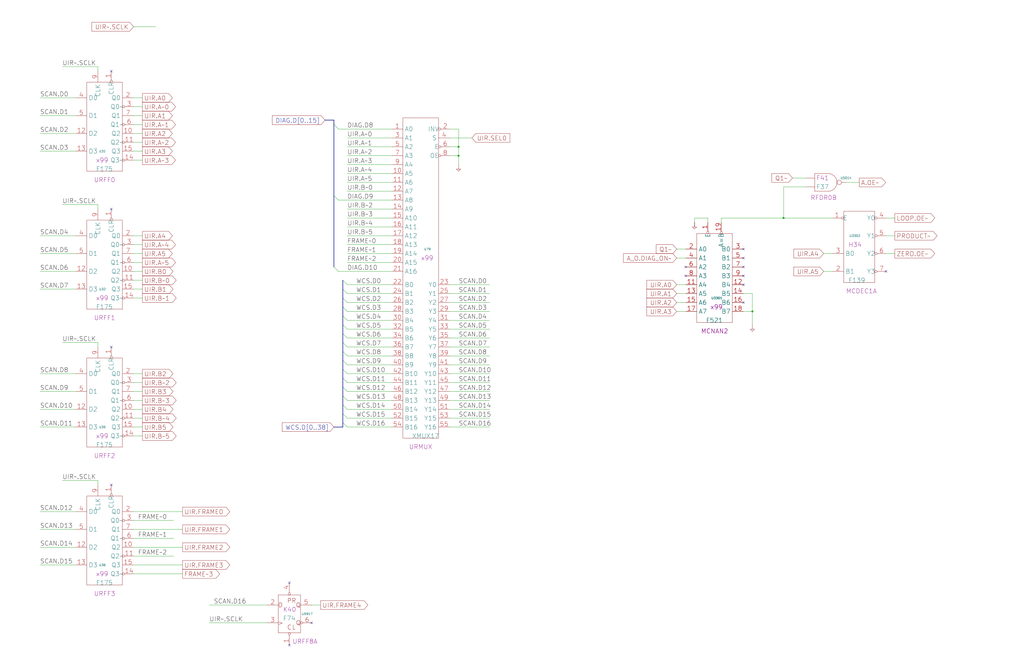
<source format=kicad_sch>
(kicad_sch (version 20230121) (generator eeschema)
  (paper "User" 584.2 378.46)
  (title_block (title "WRITABLE CONTROL STORE\\nMICRO INSTRUCTION REGISTER") (date "22-MAR-90") (rev "1.0") (comment 1 "VALUE") (comment 2 "232-003063") (comment 3 "S400") (comment 4 "RELEASED"))
  (lib_symbols
    (symbol "r1000:F139" (pin_names (offset 1.016))
      (property "Reference" "U" (at 2.54 5.08 0))
      (property "Value" "F139" (at -1.27 -20.32 0))
      (property "Location" "___" (at -1.27 0 0))
      (property "Name" "______" (at 6.35 -27.94 0))
      (symbol "F139_1_1"
        (circle (center -4.445 15.24) (radius 0.635))
        (rectangle (start -3.81 19.05) (end 13.97 -21.59))
        (circle (center 14.605 -15.24) (radius 0.635))
        (circle (center 14.605 -5.08) (radius 0.635))
        (circle (center 14.605 5.08) (radius 0.635))
        (circle (center 14.605 15.24) (radius 0.635))
        (pin input line (at -10.16 15.24 0) (length 5.08) (name "E") (number "1"))
        (pin input line (at -10.16 -15.24 0) (length 6.35) (name "B1") (number "2"))
        (pin input line (at -10.16 -5.08 0) (length 6.35) (name "B0") (number "3"))
        (pin output line (at 20.32 15.24 180) (length 5.08) (name "Y0") (number "4"))
        (pin output line (at 20.32 5.08 180) (length 5.08) (name "Y1") (number "5"))
        (pin output line (at 20.32 -5.08 180) (length 5.08) (name "Y2") (number "6"))
        (pin output line (at 20.32 -15.24 180) (length 5.08) (name "Y3") (number "7"))
      )
    )
    (symbol "r1000:F175" (pin_names (offset 1.016))
      (property "Reference" "U" (at 2.54 5.08 0))
      (property "Value" "F175" (at -1.27 -5.08 0))
      (property "Location" "___" (at -1.27 0 0))
      (property "Name" "______" (at 3.81 -12.7 0))
      (symbol "F175_1_1"
        (rectangle (start -6.35 44.45) (end 13.97 -6.35))
        (circle (center 7.62 45.085) (radius 0.635))
        (circle (center 14.605 0) (radius 0.635))
        (circle (center 14.605 10.16) (radius 0.635))
        (circle (center 14.605 20.32) (radius 0.635))
        (circle (center 14.605 30.48) (radius 0.635))
        (pin input line (at 7.62 50.8 270) (length 5.08) (name "CLR") (number "1"))
        (pin output line (at 20.32 15.24 180) (length 6.35) (name "Q2") (number "10"))
        (pin output line (at 20.32 10.16 180) (length 5.08) (name "Q2~") (number "11"))
        (pin input line (at -12.7 15.24 0) (length 6.35) (name "D2") (number "12"))
        (pin input line (at -12.7 5.08 0) (length 6.35) (name "D3") (number "13"))
        (pin output line (at 20.32 0 180) (length 5.08) (name "Q3~") (number "14"))
        (pin output line (at 20.32 5.08 180) (length 6.35) (name "Q3") (number "15"))
        (pin output line (at 20.32 35.56 180) (length 6.35) (name "Q0") (number "2"))
        (pin output line (at 20.32 30.48 180) (length 5.08) (name "Q0~") (number "3"))
        (pin input line (at -12.7 35.56 0) (length 6.35) (name "D0") (number "4"))
        (pin input line (at -12.7 25.4 0) (length 6.35) (name "D1") (number "5"))
        (pin output line (at 20.32 20.32 180) (length 5.08) (name "Q1~") (number "6"))
        (pin output line (at 20.32 25.4 180) (length 6.35) (name "Q1") (number "7"))
        (pin input line (at 0 50.8 270) (length 6.35) (name "CLK") (number "9"))
      )
    )
    (symbol "r1000:F37" (pin_numbers hide) (pin_names (offset 0) hide)
      (property "Reference" "U" (at 15.24 0 0))
      (property "Value" "F37" (at 1.905 -5.08 0))
      (property "Location" "___" (at 1.905 0 0))
      (property "Name" "______" (at 2.54 -12.7 0))
      (symbol "F37_0_1"
        (polyline (pts (xy -2.54 -7.62) (xy 5.08 -7.62)) (stroke (width 0.1524)))
        (polyline (pts (xy -2.54 2.54) (xy -2.54 -7.62)) (stroke (width 0.1524)))
        (polyline (pts (xy -2.54 2.54) (xy 5.08 2.54)) (stroke (width 0.1524)))
        (arc (start 5.08 -7.62) (mid 10.1282 -2.54) (end 5.08 2.54) (stroke (width 0.1524)))
        (circle (center 11.43 -2.54) (radius 1.27) (stroke (width 0.1524)))
      )
      (symbol "F37_0_2"
        (circle (center -3.81 -5.08) (radius 1.27) (stroke (width 0.1524)))
        (circle (center -3.81 0) (radius 1.27) (stroke (width 0.1524)))
        (arc (start -3.175 -7.62) (mid -2.134 -2.54) (end -3.175 2.54) (stroke (width 0.1524)))
        (polyline (pts (xy -3.175 -7.62) (xy 3.81 -7.62)) (stroke (width 0.1524)))
        (polyline (pts (xy -3.175 2.54) (xy 3.81 2.54)) (stroke (width 0.1524)))
        (arc (start 3.81 -7.62) (mid 7.5855 -5.8306) (end 10.16 -2.54) (stroke (width 0.1524)))
        (arc (start 10.16 -2.54) (mid 7.5827 0.7471) (end 3.81 2.54) (stroke (width 0.1524)))
      )
      (symbol "F37_1_1"
        (pin input line (at -7.62 0 0) (length 5.08) (name "D0") (number "1"))
        (pin input line (at -7.62 -5.08 0) (length 5.08) (name "D1") (number "2"))
        (pin output line (at 15.24 -2.54 180) (length 2.54) (name "Q") (number "3"))
      )
      (symbol "F37_1_2"
        (pin input line (at -7.62 0 0) (length 2.54) (name "D0") (number "1"))
        (pin input line (at -7.62 -5.08 0) (length 2.54) (name "D1") (number "2"))
        (pin output line (at 15.24 -2.54 180) (length 5.08) (name "Q") (number "3"))
      )
    )
    (symbol "r1000:F521" (pin_names (offset 1.016))
      (property "Reference" "U" (at 2.54 5.08 0))
      (property "Value" "F521" (at -3.81 -7.62 0))
      (property "Location" "___" (at -1.27 0 0))
      (property "Name" "______" (at 1.27 -15.24 0))
      (symbol "F521_1_1"
        (rectangle (start -8.89 41.91) (end 11.43 -8.89))
        (circle (center -2.54 42.545) (radius 0.635))
        (circle (center 5.08 42.545) (radius 0.635))
        (pin input line (at -2.54 48.26 270) (length 5.08) (name "E") (number "1"))
        (pin input line (at -15.24 12.7 0) (length 6.35) (name "A4") (number "11"))
        (pin input line (at 17.78 12.7 180) (length 6.35) (name "B4") (number "12"))
        (pin input line (at -15.24 7.62 0) (length 6.35) (name "A5") (number "13"))
        (pin input line (at 17.78 7.62 180) (length 6.35) (name "B5") (number "14"))
        (pin input line (at -15.24 2.54 0) (length 6.35) (name "A6") (number "15"))
        (pin input line (at 17.78 2.54 180) (length 6.35) (name "B6") (number "16"))
        (pin input line (at -15.24 -2.54 0) (length 6.35) (name "A7") (number "17"))
        (pin input line (at 17.78 -2.54 180) (length 6.35) (name "B7") (number "18"))
        (pin output line (at 5.08 48.26 270) (length 5.08) (name "A=B") (number "19"))
        (pin input line (at -15.24 33.02 0) (length 6.35) (name "A0") (number "2"))
        (pin input line (at 17.78 33.02 180) (length 6.35) (name "B0") (number "3"))
        (pin input line (at -15.24 27.94 0) (length 6.35) (name "A1") (number "4"))
        (pin input line (at 17.78 27.94 180) (length 6.35) (name "B1") (number "5"))
        (pin input line (at -15.24 22.86 0) (length 6.35) (name "A2") (number "6"))
        (pin input line (at 17.78 22.86 180) (length 6.35) (name "B2") (number "7"))
        (pin input line (at -15.24 17.78 0) (length 6.35) (name "A3") (number "8"))
        (pin input line (at 17.78 17.78 180) (length 6.35) (name "B3") (number "9"))
      )
    )
    (symbol "r1000:F74" (pin_names (offset 1.016) hide)
      (property "Reference" "U" (at 12.7 -2.54 0))
      (property "Value" "F74" (at -1.27 -5.08 0))
      (property "Location" "___" (at -1.27 0 0))
      (property "Name" "______" (at 11.43 -19.685 0))
      (symbol "F74_0_1"
        (rectangle (start -3.81 8.255) (end 8.89 -13.335) (stroke (width 0.1524)))
        (polyline (pts (xy 2.54 -15.24) (xy 2.54 -14.605)) (stroke (width 0.1524)))
        (polyline (pts (xy 2.54 10.16) (xy 2.54 9.525)) (stroke (width 0.1524)))
      )
      (symbol "F74_1_1"
        (circle (center 2.54 -13.97) (radius 0.635))
        (circle (center 2.54 8.89) (radius 0.635))
        (circle (center 9.525 -7.62) (radius 0.635))
        (text ">" (at -2.54 -7.62 0) (effects (font (size 2.54 2.54))))
        (text "C" (at 2.54 -10.16 0) (effects (font (size 2.54 2.54))))
        (text "D" (at -2.54 2.54 0) (effects (font (size 2.54 2.54))))
        (text "L" (at 5.08 -10.16 0) (effects (font (size 2.54 2.54))))
        (text "P" (at 2.54 5.08 0) (effects (font (size 2.54 2.54))))
        (text "Q" (at 7.62 -7.62 0) (effects (font (size 2.54 2.54))))
        (text "Q" (at 7.62 2.54 0) (effects (font (size 2.54 2.54))))
        (text "R" (at 5.08 5.08 0) (effects (font (size 2.54 2.54))))
        (pin input line (at 2.54 -20.32 90) (length 5.08) (name "CL_") (number "1"))
        (pin input line (at -10.16 2.54 0) (length 6.35) (name "D") (number "2"))
        (pin input line (at -10.16 -7.62 0) (length 6.35) (name "CLK") (number "3"))
        (pin input line (at 2.54 15.24 270) (length 5.08) (name "PR_") (number "4"))
        (pin output line (at 15.24 2.54 180) (length 6.35) (name "Q") (number "5"))
        (pin output line (at 15.24 -7.62 180) (length 5.08) (name "Q_") (number "6"))
      )
    )
    (symbol "r1000:PD" (power) (pin_numbers hide) (pin_names hide) (in_bom no)
      (symbol "PD_0_1"
        (polyline (pts (xy 0 -2.54) (xy 1.27 -2.54) (xy 0 -3.81) (xy -1.27 -2.54) (xy 0 -2.54)) (stroke (width 0.1524)))
      )
      (symbol "PD_1_1"
        (pin power_in line (at 0 0 270) (length 2.54) (name "PD") (number "1"))
      )
    )
    (symbol "r1000:XMUX17" (pin_names (offset 1.016))
      (property "Reference" "U" (at 2.54 5.08 0))
      (property "Value" "XMUX17" (at -6.35 -101.6 0))
      (property "Location" "___" (at -1.27 0 0))
      (property "Name" "______" (at -1.27 -109.22 0))
      (symbol "XMUX17_1_1"
        (rectangle (start -11.43 80.01) (end 8.89 -102.87))
        (circle (center 9.525 58.42) (radius 0.635))
        (circle (center 9.525 63.5) (radius 0.635))
        (circle (center 9.525 73.66) (radius 0.635))
        (pin input line (at -17.78 73.66 0) (length 6.35) (name "A0") (number "1"))
        (pin input line (at -17.78 48.26 0) (length 6.35) (name "A5") (number "10"))
        (pin input line (at -17.78 43.18 0) (length 6.35) (name "A6") (number "11"))
        (pin input line (at -17.78 38.1 0) (length 6.35) (name "A7") (number "12"))
        (pin input line (at -17.78 33.02 0) (length 6.35) (name "A8") (number "13"))
        (pin input line (at -17.78 27.94 0) (length 6.35) (name "A9") (number "14"))
        (pin input line (at -17.78 22.86 0) (length 6.35) (name "A10") (number "15"))
        (pin input line (at -17.78 17.78 0) (length 6.35) (name "A11") (number "16"))
        (pin input line (at -17.78 12.7 0) (length 6.35) (name "A12") (number "17"))
        (pin input line (at -17.78 7.62 0) (length 6.35) (name "A13") (number "18"))
        (pin input line (at -17.78 2.54 0) (length 6.35) (name "A14") (number "19"))
        (pin input line (at 15.24 73.66 180) (length 5.08) (name "INV") (number "2"))
        (pin input line (at -17.78 -2.54 0) (length 6.35) (name "A15") (number "20"))
        (pin input line (at -17.78 -7.62 0) (length 6.35) (name "A16") (number "21"))
        (pin input line (at -17.78 -15.24 0) (length 6.35) (name "B0") (number "22"))
        (pin tri_state line (at 15.24 -15.24 180) (length 6.35) (name "Y0") (number "23"))
        (pin input line (at -17.78 -20.32 0) (length 6.35) (name "B1") (number "24"))
        (pin tri_state line (at 15.24 -20.32 180) (length 6.35) (name "Y1") (number "25"))
        (pin input line (at -17.78 -25.4 0) (length 6.35) (name "B2") (number "26"))
        (pin tri_state line (at 15.24 -25.4 180) (length 6.35) (name "Y2") (number "27"))
        (pin input line (at -17.78 -30.48 0) (length 6.35) (name "B3") (number "28"))
        (pin tri_state line (at 15.24 -30.48 180) (length 6.35) (name "Y3") (number "29"))
        (pin input line (at -17.78 68.58 0) (length 6.35) (name "A1") (number "3"))
        (pin input line (at -17.78 -35.56 0) (length 6.35) (name "B4") (number "30"))
        (pin tri_state line (at 15.24 -35.56 180) (length 6.35) (name "Y4") (number "31"))
        (pin input line (at -17.78 -40.64 0) (length 6.35) (name "B5") (number "32"))
        (pin tri_state line (at 15.24 -40.64 180) (length 6.35) (name "Y5") (number "33"))
        (pin input line (at -17.78 -45.72 0) (length 6.35) (name "B6") (number "34"))
        (pin tri_state line (at 15.24 -45.72 180) (length 6.35) (name "Y6") (number "35"))
        (pin input line (at -17.78 -50.8 0) (length 6.35) (name "B7") (number "36"))
        (pin tri_state line (at 15.24 -50.8 180) (length 6.35) (name "Y7") (number "37"))
        (pin input line (at -17.78 -55.88 0) (length 6.35) (name "B8") (number "38"))
        (pin tri_state line (at 15.24 -55.88 180) (length 6.35) (name "Y8") (number "39"))
        (pin input line (at 15.24 68.58 180) (length 6.35) (name "S") (number "4"))
        (pin input line (at -17.78 -60.96 0) (length 6.35) (name "B9") (number "40"))
        (pin tri_state line (at 15.24 -60.96 180) (length 6.35) (name "Y9") (number "41"))
        (pin input line (at -17.78 -66.04 0) (length 6.35) (name "B10") (number "42"))
        (pin tri_state line (at 15.24 -66.04 180) (length 6.35) (name "Y10") (number "43"))
        (pin input line (at -17.78 -71.12 0) (length 6.35) (name "B11") (number "44"))
        (pin tri_state line (at 15.24 -71.12 180) (length 6.35) (name "Y11") (number "45"))
        (pin input line (at -17.78 -76.2 0) (length 6.35) (name "B12") (number "46"))
        (pin tri_state line (at 15.24 -76.2 180) (length 6.35) (name "Y12") (number "47"))
        (pin input line (at -17.78 -81.28 0) (length 6.35) (name "B13") (number "48"))
        (pin tri_state line (at 15.24 -81.28 180) (length 6.35) (name "Y13") (number "49"))
        (pin input line (at -17.78 63.5 0) (length 6.35) (name "A2") (number "5"))
        (pin input line (at -17.78 -86.36 0) (length 6.35) (name "B14") (number "50"))
        (pin tri_state line (at 15.24 -86.36 180) (length 6.35) (name "Y14") (number "51"))
        (pin input line (at -17.78 -91.44 0) (length 6.35) (name "B15") (number "52"))
        (pin tri_state line (at 15.24 -91.44 180) (length 6.35) (name "Y15") (number "53"))
        (pin input line (at -17.78 -96.52 0) (length 6.35) (name "B16") (number "54"))
        (pin tri_state line (at 15.24 -96.52 180) (length 6.35) (name "Y16") (number "55"))
        (pin input line (at 15.24 63.5 180) (length 5.08) (name "E") (number "6"))
        (pin input line (at -17.78 58.42 0) (length 6.35) (name "A3") (number "7"))
        (pin input line (at 15.24 58.42 180) (length 5.08) (name "OE") (number "8"))
        (pin input line (at -17.78 53.34 0) (length 6.35) (name "A4") (number "9"))
      )
    )
  )
  (junction (at 447.04 124.46))
  (junction (at 261.62 83.82))
  (junction (at 429.26 177.8))
  (junction (at 261.62 88.9))
  (no_connect (at 63.5 119.38))
  (no_connect (at 424.18 157.48))
  (no_connect (at 63.5 198.12))
  (no_connect (at 424.18 162.56))
  (no_connect (at 63.5 40.64))
  (no_connect (at 505.46 154.94))
  (no_connect (at 424.18 142.24))
  (no_connect (at 424.18 152.4))
  (no_connect (at 424.18 172.72))
  (no_connect (at 63.5 276.86))
  (no_connect (at 177.8 355.6))
  (no_connect (at 165.1 368.3))
  (no_connect (at 424.18 147.32))
  (no_connect (at 391.16 157.48))
  (no_connect (at 165.1 332.74))
  (no_connect (at 391.16 152.4))
  (bus_entry (at 190.5 111.76) (size 2.54 2.54))
  (bus_entry (at 190.5 152.4) (size 2.54 2.54))
  (bus_entry (at 190.5 71.12) (size 2.54 2.54))
  (bus_entry (at 195.58 190.5) (size 2.54 2.54))
  (bus_entry (at 195.58 165.1) (size 2.54 2.54))
  (bus_entry (at 195.58 241.3) (size 2.54 2.54))
  (bus_entry (at 195.58 200.66) (size 2.54 2.54))
  (bus_entry (at 195.58 205.74) (size 2.54 2.54))
  (bus_entry (at 195.58 175.26) (size 2.54 2.54))
  (bus_entry (at 195.58 236.22) (size 2.54 2.54))
  (bus_entry (at 195.58 160.02) (size 2.54 2.54))
  (bus_entry (at 195.58 220.98) (size 2.54 2.54))
  (bus_entry (at 195.58 210.82) (size 2.54 2.54))
  (bus_entry (at 195.58 231.14) (size 2.54 2.54))
  (bus_entry (at 195.58 226.06) (size 2.54 2.54))
  (bus_entry (at 195.58 170.18) (size 2.54 2.54))
  (bus_entry (at 195.58 215.9) (size 2.54 2.54))
  (bus_entry (at 195.58 195.58) (size 2.54 2.54))
  (bus_entry (at 195.58 180.34) (size 2.54 2.54))
  (bus_entry (at 195.58 185.42) (size 2.54 2.54))
  (wire (pts (xy 386.08 162.56) (xy 391.16 162.56)))
  (wire (pts (xy 198.12 83.82) (xy 223.52 83.82)))
  (wire (pts (xy 386.08 147.32) (xy 391.16 147.32)))
  (wire (pts (xy 76.2 149.86) (xy 81.28 149.86)))
  (wire (pts (xy 76.2 139.7) (xy 81.28 139.7)))
  (wire (pts (xy 198.12 124.46) (xy 223.52 124.46)))
  (wire (pts (xy 256.54 172.72) (xy 279.4 172.72)))
  (wire (pts (xy 469.9 144.78) (xy 474.98 144.78)))
  (wire (pts (xy 482.6 104.14) (xy 490.22 104.14)))
  (wire (pts (xy 198.12 193.04) (xy 223.52 193.04)))
  (wire (pts (xy 198.12 149.86) (xy 223.52 149.86)))
  (bus (pts (xy 195.58 243.84) (xy 195.58 241.3)))
  (wire (pts (xy 198.12 119.38) (xy 223.52 119.38)))
  (wire (pts (xy 198.12 139.7) (xy 223.52 139.7)))
  (wire (pts (xy 256.54 78.74) (xy 269.24 78.74)))
  (wire (pts (xy 386.08 172.72) (xy 391.16 172.72)))
  (wire (pts (xy 22.86 312.42) (xy 43.18 312.42)))
  (wire (pts (xy 193.04 154.94) (xy 223.52 154.94)))
  (wire (pts (xy 22.86 76.2) (xy 43.18 76.2)))
  (bus (pts (xy 190.5 152.4) (xy 190.5 111.76)))
  (wire (pts (xy 119.38 345.44) (xy 152.4 345.44)))
  (wire (pts (xy 76.2 144.78) (xy 81.28 144.78)))
  (wire (pts (xy 76.2 165.1) (xy 81.28 165.1)))
  (wire (pts (xy 22.86 165.1) (xy 43.18 165.1)))
  (wire (pts (xy 256.54 193.04) (xy 279.4 193.04)))
  (wire (pts (xy 22.86 66.04) (xy 43.18 66.04)))
  (wire (pts (xy 76.2 170.18) (xy 81.28 170.18)))
  (wire (pts (xy 198.12 223.52) (xy 223.52 223.52)))
  (wire (pts (xy 22.86 302.26) (xy 43.18 302.26)))
  (bus (pts (xy 190.5 243.84) (xy 195.58 243.84)))
  (wire (pts (xy 452.12 101.6) (xy 459.74 101.6)))
  (wire (pts (xy 386.08 142.24) (xy 391.16 142.24)))
  (wire (pts (xy 76.2 228.6) (xy 81.28 228.6)))
  (wire (pts (xy 261.62 93.98) (xy 261.62 88.9)))
  (wire (pts (xy 76.2 317.5) (xy 99.06 317.5)))
  (wire (pts (xy 505.46 134.62) (xy 510.54 134.62)))
  (wire (pts (xy 35.56 116.84) (xy 55.88 116.84)))
  (wire (pts (xy 22.86 55.88) (xy 43.18 55.88)))
  (wire (pts (xy 256.54 223.52) (xy 279.4 223.52)))
  (wire (pts (xy 386.08 177.8) (xy 391.16 177.8)))
  (wire (pts (xy 256.54 218.44) (xy 279.4 218.44)))
  (wire (pts (xy 76.2 71.12) (xy 81.28 71.12)))
  (bus (pts (xy 195.58 236.22) (xy 195.58 231.14)))
  (wire (pts (xy 76.2 223.52) (xy 81.28 223.52)))
  (wire (pts (xy 256.54 182.88) (xy 279.4 182.88)))
  (wire (pts (xy 198.12 134.62) (xy 223.52 134.62)))
  (wire (pts (xy 76.2 243.84) (xy 81.28 243.84)))
  (wire (pts (xy 22.86 213.36) (xy 43.18 213.36)))
  (wire (pts (xy 76.2 91.44) (xy 81.28 91.44)))
  (wire (pts (xy 76.2 322.58) (xy 104.14 322.58)))
  (wire (pts (xy 22.86 86.36) (xy 43.18 86.36)))
  (wire (pts (xy 447.04 124.46) (xy 474.98 124.46)))
  (bus (pts (xy 195.58 180.34) (xy 195.58 185.42)))
  (wire (pts (xy 76.2 55.88) (xy 81.28 55.88)))
  (bus (pts (xy 190.5 71.12) (xy 190.5 68.58)))
  (bus (pts (xy 195.58 200.66) (xy 195.58 195.58)))
  (wire (pts (xy 35.56 274.32) (xy 55.88 274.32)))
  (wire (pts (xy 198.12 243.84) (xy 223.52 243.84)))
  (wire (pts (xy 261.62 88.9) (xy 261.62 83.82)))
  (wire (pts (xy 22.86 134.62) (xy 43.18 134.62)))
  (wire (pts (xy 198.12 167.64) (xy 223.52 167.64)))
  (wire (pts (xy 198.12 177.8) (xy 223.52 177.8)))
  (wire (pts (xy 76.2 248.92) (xy 81.28 248.92)))
  (wire (pts (xy 198.12 129.54) (xy 223.52 129.54)))
  (wire (pts (xy 447.04 106.68) (xy 459.74 106.68)))
  (bus (pts (xy 195.58 220.98) (xy 195.58 226.06)))
  (wire (pts (xy 76.2 160.02) (xy 81.28 160.02)))
  (wire (pts (xy 411.48 127) (xy 411.48 124.46)))
  (wire (pts (xy 198.12 203.2) (xy 223.52 203.2)))
  (wire (pts (xy 198.12 93.98) (xy 223.52 93.98)))
  (wire (pts (xy 256.54 83.82) (xy 261.62 83.82)))
  (wire (pts (xy 198.12 238.76) (xy 223.52 238.76)))
  (wire (pts (xy 55.88 195.58) (xy 55.88 198.12)))
  (bus (pts (xy 195.58 200.66) (xy 195.58 205.74)))
  (wire (pts (xy 429.26 167.64) (xy 424.18 167.64)))
  (bus (pts (xy 195.58 190.5) (xy 195.58 185.42)))
  (wire (pts (xy 198.12 104.14) (xy 223.52 104.14)))
  (bus (pts (xy 195.58 190.5) (xy 195.58 195.58)))
  (bus (pts (xy 195.58 165.1) (xy 195.58 170.18)))
  (wire (pts (xy 469.9 154.94) (xy 474.98 154.94)))
  (bus (pts (xy 195.58 210.82) (xy 195.58 215.9)))
  (wire (pts (xy 198.12 172.72) (xy 223.52 172.72)))
  (wire (pts (xy 256.54 167.64) (xy 279.4 167.64)))
  (wire (pts (xy 256.54 213.36) (xy 279.4 213.36)))
  (bus (pts (xy 195.58 205.74) (xy 195.58 210.82)))
  (wire (pts (xy 429.26 177.8) (xy 429.26 167.64)))
  (wire (pts (xy 256.54 162.56) (xy 279.4 162.56)))
  (wire (pts (xy 76.2 327.66) (xy 104.14 327.66)))
  (wire (pts (xy 22.86 243.84) (xy 43.18 243.84)))
  (wire (pts (xy 55.88 116.84) (xy 55.88 119.38)))
  (wire (pts (xy 505.46 144.78) (xy 510.54 144.78)))
  (wire (pts (xy 386.08 167.64) (xy 391.16 167.64)))
  (wire (pts (xy 256.54 198.12) (xy 279.4 198.12)))
  (wire (pts (xy 193.04 73.66) (xy 223.52 73.66)))
  (wire (pts (xy 76.2 233.68) (xy 81.28 233.68)))
  (wire (pts (xy 76.2 218.44) (xy 81.28 218.44)))
  (wire (pts (xy 198.12 144.78) (xy 223.52 144.78)))
  (wire (pts (xy 403.86 124.46) (xy 403.86 127)))
  (wire (pts (xy 198.12 213.36) (xy 223.52 213.36)))
  (wire (pts (xy 256.54 203.2) (xy 279.4 203.2)))
  (wire (pts (xy 22.86 154.94) (xy 43.18 154.94)))
  (wire (pts (xy 505.46 124.46) (xy 510.54 124.46)))
  (wire (pts (xy 256.54 233.68) (xy 279.4 233.68)))
  (wire (pts (xy 55.88 274.32) (xy 55.88 276.86)))
  (wire (pts (xy 198.12 198.12) (xy 223.52 198.12)))
  (bus (pts (xy 195.58 226.06) (xy 195.58 231.14)))
  (bus (pts (xy 190.5 111.76) (xy 190.5 71.12)))
  (wire (pts (xy 198.12 88.9) (xy 223.52 88.9)))
  (bus (pts (xy 195.58 170.18) (xy 195.58 175.26)))
  (wire (pts (xy 256.54 243.84) (xy 279.4 243.84)))
  (wire (pts (xy 76.2 154.94) (xy 81.28 154.94)))
  (wire (pts (xy 76.2 302.26) (xy 104.14 302.26)))
  (wire (pts (xy 198.12 187.96) (xy 223.52 187.96)))
  (wire (pts (xy 76.2 76.2) (xy 81.28 76.2)))
  (wire (pts (xy 198.12 228.6) (xy 223.52 228.6)))
  (bus (pts (xy 195.58 241.3) (xy 195.58 236.22)))
  (wire (pts (xy 76.2 86.36) (xy 81.28 86.36)))
  (wire (pts (xy 429.26 185.42) (xy 429.26 177.8)))
  (wire (pts (xy 198.12 218.44) (xy 223.52 218.44)))
  (wire (pts (xy 35.56 195.58) (xy 55.88 195.58)))
  (wire (pts (xy 76.2 134.62) (xy 81.28 134.62)))
  (wire (pts (xy 76.2 60.96) (xy 81.28 60.96)))
  (wire (pts (xy 76.2 66.04) (xy 81.28 66.04)))
  (wire (pts (xy 447.04 106.68) (xy 447.04 124.46)))
  (wire (pts (xy 261.62 73.66) (xy 256.54 73.66)))
  (wire (pts (xy 198.12 208.28) (xy 223.52 208.28)))
  (wire (pts (xy 76.2 213.36) (xy 81.28 213.36)))
  (wire (pts (xy 76.2 297.18) (xy 99.06 297.18)))
  (wire (pts (xy 119.38 355.6) (xy 152.4 355.6)))
  (wire (pts (xy 396.24 127) (xy 396.24 124.46)))
  (wire (pts (xy 35.56 38.1) (xy 55.88 38.1)))
  (wire (pts (xy 256.54 238.76) (xy 279.4 238.76)))
  (wire (pts (xy 256.54 88.9) (xy 261.62 88.9)))
  (wire (pts (xy 76.2 81.28) (xy 81.28 81.28)))
  (wire (pts (xy 256.54 208.28) (xy 279.4 208.28)))
  (wire (pts (xy 424.18 177.8) (xy 429.26 177.8)))
  (wire (pts (xy 256.54 228.6) (xy 279.4 228.6)))
  (wire (pts (xy 256.54 187.96) (xy 279.4 187.96)))
  (wire (pts (xy 396.24 124.46) (xy 403.86 124.46)))
  (wire (pts (xy 198.12 99.06) (xy 223.52 99.06)))
  (bus (pts (xy 195.58 220.98) (xy 195.58 215.9)))
  (bus (pts (xy 195.58 160.02) (xy 195.58 165.1)))
  (wire (pts (xy 76.2 292.1) (xy 104.14 292.1)))
  (wire (pts (xy 198.12 162.56) (xy 223.52 162.56)))
  (wire (pts (xy 198.12 78.74) (xy 223.52 78.74)))
  (wire (pts (xy 22.86 144.78) (xy 43.18 144.78)))
  (bus (pts (xy 195.58 180.34) (xy 195.58 175.26)))
  (wire (pts (xy 76.2 312.42) (xy 104.14 312.42)))
  (wire (pts (xy 198.12 109.22) (xy 223.52 109.22)))
  (wire (pts (xy 177.8 345.44) (xy 182.88 345.44)))
  (wire (pts (xy 198.12 233.68) (xy 223.52 233.68)))
  (wire (pts (xy 261.62 83.82) (xy 261.62 73.66)))
  (wire (pts (xy 55.88 38.1) (xy 55.88 40.64)))
  (wire (pts (xy 22.86 322.58) (xy 43.18 322.58)))
  (wire (pts (xy 22.86 223.52) (xy 43.18 223.52)))
  (wire (pts (xy 76.2 238.76) (xy 81.28 238.76)))
  (wire (pts (xy 76.2 307.34) (xy 99.06 307.34)))
  (bus (pts (xy 190.5 68.58) (xy 185.42 68.58)))
  (wire (pts (xy 256.54 177.8) (xy 279.4 177.8)))
  (wire (pts (xy 198.12 182.88) (xy 223.52 182.88)))
  (wire (pts (xy 193.04 114.3) (xy 223.52 114.3)))
  (wire (pts (xy 411.48 124.46) (xy 447.04 124.46)))
  (wire (pts (xy 22.86 292.1) (xy 43.18 292.1)))
  (wire (pts (xy 76.2 15.24) (xy 88.9 15.24)))
  (wire (pts (xy 22.86 233.68) (xy 43.18 233.68)))
  (label "SCAN.D10" (at 22.86 233.68 0) (effects (font (size 2.54 2.54))))
  (label "WCS.D11" (at 203.2 218.44 0) (effects (font (size 2.54 2.54))))
  (label "WCS.D2" (at 203.2 172.72 0) (effects (font (size 2.54 2.54))))
  (label "SCAN.D0" (at 261.62 162.56 0) (effects (font (size 2.54 2.54))))
  (label "SCAN.D11" (at 22.86 243.84 0) (effects (font (size 2.54 2.54))))
  (label "SCAN.D8" (at 22.86 213.36 0) (effects (font (size 2.54 2.54))))
  (label "WCS.D7" (at 203.2 198.12 0) (effects (font (size 2.54 2.54))))
  (label "WCS.D8" (at 203.2 203.2 0) (effects (font (size 2.54 2.54))))
  (label "UIR.B~5" (at 198.12 134.62 0) (effects (font (size 2.54 2.54))))
  (label "WCS.D4" (at 203.2 182.88 0) (effects (font (size 2.54 2.54))))
  (label "UIR.A~0" (at 198.12 78.74 0) (effects (font (size 2.54 2.54))))
  (label "FRAME~1" (at 78.74 307.34 0) (effects (font (size 2.54 2.54))))
  (label "SCAN.D14" (at 261.62 233.68 0) (effects (font (size 2.54 2.54))))
  (label "SCAN.D3" (at 22.86 86.36 0) (effects (font (size 2.54 2.54))))
  (label "UIR.A~1" (at 198.12 83.82 0) (effects (font (size 2.54 2.54))))
  (label "FRAME~0" (at 78.74 297.18 0) (effects (font (size 2.54 2.54))))
  (label "WCS.D5" (at 203.2 187.96 0) (effects (font (size 2.54 2.54))))
  (label "SCAN.D11" (at 261.62 218.44 0) (effects (font (size 2.54 2.54))))
  (label "SCAN.D12" (at 22.86 292.1 0) (effects (font (size 2.54 2.54))))
  (label "SCAN.D9" (at 22.86 223.52 0) (effects (font (size 2.54 2.54))))
  (label "UIR~.SCLK" (at 35.56 274.32 0) (effects (font (size 2.54 2.54))))
  (label "SCAN.D8" (at 261.62 203.2 0) (effects (font (size 2.54 2.54))))
  (label "UIR.A~4" (at 198.12 99.06 0) (effects (font (size 2.54 2.54))))
  (label "UIR.B~0" (at 198.12 109.22 0) (effects (font (size 2.54 2.54))))
  (label "SCAN.D4" (at 261.62 182.88 0) (effects (font (size 2.54 2.54))))
  (label "SCAN.D16" (at 261.62 243.84 0) (effects (font (size 2.54 2.54))))
  (label "UIR~.SCLK" (at 35.56 38.1 0) (effects (font (size 2.54 2.54))))
  (label "UIR.B~2" (at 198.12 119.38 0) (effects (font (size 2.54 2.54))))
  (label "SCAN.D6" (at 261.62 193.04 0) (effects (font (size 2.54 2.54))))
  (label "UIR.B~3" (at 198.12 124.46 0) (effects (font (size 2.54 2.54))))
  (label "UIR~.SCLK" (at 35.56 195.58 0) (effects (font (size 2.54 2.54))))
  (label "SCAN.D0" (at 22.86 55.88 0) (effects (font (size 2.54 2.54))))
  (label "FRAME~1" (at 198.12 144.78 0) (effects (font (size 2.54 2.54))))
  (label "WCS.D13" (at 203.2 228.6 0) (effects (font (size 2.54 2.54))))
  (label "SCAN.D2" (at 261.62 172.72 0) (effects (font (size 2.54 2.54))))
  (label "SCAN.D1" (at 261.62 167.64 0) (effects (font (size 2.54 2.54))))
  (label "FRAME~0" (at 198.12 139.7 0) (effects (font (size 2.54 2.54))))
  (label "SCAN.D15" (at 22.86 322.58 0) (effects (font (size 2.54 2.54))))
  (label "SCAN.D13" (at 261.62 228.6 0) (effects (font (size 2.54 2.54))))
  (label "SCAN.D6" (at 22.86 154.94 0) (effects (font (size 2.54 2.54))))
  (label "WCS.D1" (at 203.2 167.64 0) (effects (font (size 2.54 2.54))))
  (label "SCAN.D7" (at 22.86 165.1 0) (effects (font (size 2.54 2.54))))
  (label "WCS.D12" (at 203.2 223.52 0) (effects (font (size 2.54 2.54))))
  (label "SCAN.D5" (at 261.62 187.96 0) (effects (font (size 2.54 2.54))))
  (label "SCAN.D15" (at 261.62 238.76 0) (effects (font (size 2.54 2.54))))
  (label "SCAN.D10" (at 261.62 213.36 0) (effects (font (size 2.54 2.54))))
  (label "FRAME~2" (at 198.12 149.86 0) (effects (font (size 2.54 2.54))))
  (label "DIAG.D8" (at 198.12 73.66 0) (effects (font (size 2.54 2.54))))
  (label "WCS.D10" (at 203.2 213.36 0) (effects (font (size 2.54 2.54))))
  (label "UIR~.SCLK" (at 119.38 355.6 0) (effects (font (size 2.54 2.54))))
  (label "SCAN.D12" (at 261.62 223.52 0) (effects (font (size 2.54 2.54))))
  (label "WCS.D3" (at 203.2 177.8 0) (effects (font (size 2.54 2.54))))
  (label "WCS.D15" (at 203.2 238.76 0) (effects (font (size 2.54 2.54))))
  (label "SCAN.D3" (at 261.62 177.8 0) (effects (font (size 2.54 2.54))))
  (label "SCAN.D9" (at 261.62 208.28 0) (effects (font (size 2.54 2.54))))
  (label "UIR.A~3" (at 198.12 93.98 0) (effects (font (size 2.54 2.54))))
  (label "WCS.D6" (at 203.2 193.04 0) (effects (font (size 2.54 2.54))))
  (label "SCAN.D7" (at 261.62 198.12 0) (effects (font (size 2.54 2.54))))
  (label "UIR~.SCLK" (at 35.56 116.84 0) (effects (font (size 2.54 2.54))))
  (label "SCAN.D5" (at 22.86 144.78 0) (effects (font (size 2.54 2.54))))
  (label "WCS.D16" (at 203.2 243.84 0) (effects (font (size 2.54 2.54))))
  (label "DIAG.D10" (at 198.12 154.94 0) (effects (font (size 2.54 2.54))))
  (label "UIR.A~2" (at 198.12 88.9 0) (effects (font (size 2.54 2.54))))
  (label "SCAN.D14" (at 22.86 312.42 0) (effects (font (size 2.54 2.54))))
  (label "UIR.B~4" (at 198.12 129.54 0) (effects (font (size 2.54 2.54))))
  (label "WCS.D9" (at 203.2 208.28 0) (effects (font (size 2.54 2.54))))
  (label "WCS.D0" (at 203.2 162.56 0) (effects (font (size 2.54 2.54))))
  (label "SCAN.D2" (at 22.86 76.2 0) (effects (font (size 2.54 2.54))))
  (label "DIAG.D9" (at 198.12 114.3 0) (effects (font (size 2.54 2.54))))
  (label "SCAN.D4" (at 22.86 134.62 0) (effects (font (size 2.54 2.54))))
  (label "WCS.D14" (at 203.2 233.68 0) (effects (font (size 2.54 2.54))))
  (label "UIR.A~5" (at 198.12 104.14 0) (effects (font (size 2.54 2.54))))
  (label "FRAME~2" (at 78.74 317.5 0) (effects (font (size 2.54 2.54))))
  (label "SCAN.D1" (at 22.86 66.04 0) (effects (font (size 2.54 2.54))))
  (label "SCAN.D13" (at 22.86 302.26 0) (effects (font (size 2.54 2.54))))
  (label "SCAN.D16" (at 121.92 345.44 0) (effects (font (size 2.54 2.54))))
  (global_label "UIR.B~3" (shape output) (at 81.28 228.6 0) (effects (font (size 2.54 2.54))) (property "Intersheetrefs" "${INTERSHEET_REFS}" (at 101.4838 228.6 0) (effects (font (size 1.905 1.905)) (justify left))))
  (global_label "LOOP.OE~" (shape output) (at 510.54 124.46 0) (effects (font (size 2.54 2.54))) (property "Intersheetrefs" "${INTERSHEET_REFS}" (at 533.267 124.3013 0) (effects (font (size 1.905 1.905)) (justify left))))
  (global_label "UIR.A4" (shape input) (at 469.9 144.78 180) (effects (font (size 2.54 2.54))) (property "Intersheetrefs" "${INTERSHEET_REFS}" (at 452.8578 144.6213 0) (effects (font (size 1.905 1.905)) (justify right))))
  (global_label "UIR.B1" (shape output) (at 81.28 165.1 0) (effects (font (size 2.54 2.54))) (property "Intersheetrefs" "${INTERSHEET_REFS}" (at 99.6695 165.1 0) (effects (font (size 1.905 1.905)) (justify left))))
  (global_label "UIR.FRAME0" (shape output) (at 104.14 292.1 0) (effects (font (size 2.54 2.54))) (property "Intersheetrefs" "${INTERSHEET_REFS}" (at 132.0847 292.1 0) (effects (font (size 1.905 1.905)) (justify left))))
  (global_label "UIR.A3" (shape output) (at 81.28 86.36 0) (effects (font (size 2.54 2.54))) (property "Intersheetrefs" "${INTERSHEET_REFS}" (at 98.3222 86.2013 0) (effects (font (size 1.905 1.905)) (justify left))))
  (global_label "FRAME~3" (shape output) (at 104.14 327.66 0) (effects (font (size 2.54 2.54))) (property "Intersheetrefs" "${INTERSHEET_REFS}" (at 126.279 327.66 0) (effects (font (size 1.905 1.905)) (justify left))))
  (global_label "UIR.A4" (shape output) (at 81.28 134.62 0) (effects (font (size 2.54 2.54))) (property "Intersheetrefs" "${INTERSHEET_REFS}" (at 98.3222 134.4613 0) (effects (font (size 1.905 1.905)) (justify left))))
  (global_label "UIR.A2" (shape input) (at 386.08 172.72 180) (effects (font (size 2.54 2.54))) (property "Intersheetrefs" "${INTERSHEET_REFS}" (at 368.0534 172.72 0) (effects (justify right))))
  (global_label "UIR.A~2" (shape output) (at 81.28 81.28 0) (effects (font (size 2.54 2.54))) (property "Intersheetrefs" "${INTERSHEET_REFS}" (at 100.1365 81.1213 0) (effects (font (size 1.905 1.905)) (justify left))))
  (global_label "UIR.A0" (shape output) (at 81.28 55.88 0) (effects (font (size 2.54 2.54))) (property "Intersheetrefs" "${INTERSHEET_REFS}" (at 98.3222 55.7213 0) (effects (font (size 1.905 1.905)) (justify left))))
  (global_label "UIR.A~0" (shape output) (at 81.28 60.96 0) (effects (font (size 2.54 2.54))) (property "Intersheetrefs" "${INTERSHEET_REFS}" (at 100.1365 60.8013 0) (effects (font (size 1.905 1.905)) (justify left))))
  (global_label "UIR~.SCLK" (shape input) (at 76.2 15.24 180) (effects (font (size 2.54 2.54))) (property "Intersheetrefs" "${INTERSHEET_REFS}" (at 51.7176 15.24 0) (effects (font (size 1.905 1.905)) (justify right))))
  (global_label "UIR.A~4" (shape output) (at 81.28 139.7 0) (effects (font (size 2.54 2.54))) (property "Intersheetrefs" "${INTERSHEET_REFS}" (at 100.1365 139.5413 0) (effects (font (size 1.905 1.905)) (justify left))))
  (global_label "UIR.B4" (shape output) (at 81.28 233.68 0) (effects (font (size 2.54 2.54))) (property "Intersheetrefs" "${INTERSHEET_REFS}" (at 99.6695 233.68 0) (effects (font (size 1.905 1.905)) (justify left))))
  (global_label "UIR.A~5" (shape output) (at 81.28 149.86 0) (effects (font (size 2.54 2.54))) (property "Intersheetrefs" "${INTERSHEET_REFS}" (at 100.1365 149.7013 0) (effects (font (size 1.905 1.905)) (justify left))))
  (global_label "UIR.A2" (shape output) (at 81.28 76.2 0) (effects (font (size 2.54 2.54))) (property "Intersheetrefs" "${INTERSHEET_REFS}" (at 98.3222 76.0413 0) (effects (font (size 1.905 1.905)) (justify left))))
  (global_label "UIR.B~2" (shape output) (at 81.28 218.44 0) (effects (font (size 2.54 2.54))) (property "Intersheetrefs" "${INTERSHEET_REFS}" (at 101.4838 218.44 0) (effects (font (size 1.905 1.905)) (justify left))))
  (global_label "UIR.B~4" (shape output) (at 81.28 238.76 0) (effects (font (size 2.54 2.54))) (property "Intersheetrefs" "${INTERSHEET_REFS}" (at 101.4838 238.76 0) (effects (font (size 1.905 1.905)) (justify left))))
  (global_label "UIR.A0" (shape input) (at 386.08 162.56 180) (effects (font (size 2.54 2.54))) (property "Intersheetrefs" "${INTERSHEET_REFS}" (at 368.0534 162.56 0) (effects (justify right))))
  (global_label "UIR.A~1" (shape output) (at 81.28 71.12 0) (effects (font (size 2.54 2.54))) (property "Intersheetrefs" "${INTERSHEET_REFS}" (at 100.1365 70.9613 0) (effects (font (size 1.905 1.905)) (justify left))))
  (global_label "UIR.B~5" (shape output) (at 81.28 248.92 0) (effects (font (size 2.54 2.54))) (property "Intersheetrefs" "${INTERSHEET_REFS}" (at 101.4838 248.92 0) (effects (font (size 1.905 1.905)) (justify left))))
  (global_label "UIR.A5" (shape input) (at 469.9 154.94 180) (effects (font (size 2.54 2.54))) (property "Intersheetrefs" "${INTERSHEET_REFS}" (at 452.8578 154.7813 0) (effects (font (size 1.905 1.905)) (justify right))))
  (global_label "UIR.FRAME2" (shape output) (at 104.14 312.42 0) (effects (font (size 2.54 2.54))) (property "Intersheetrefs" "${INTERSHEET_REFS}" (at 132.0847 312.42 0) (effects (font (size 1.905 1.905)) (justify left))))
  (global_label "UIR.SEL0" (shape input) (at 269.24 78.74 0) (effects (font (size 2.54 2.54))) (property "Intersheetrefs" "${INTERSHEET_REFS}" (at 290.8784 78.5813 0) (effects (font (size 1.905 1.905)) (justify left))))
  (global_label "UIR.A5" (shape output) (at 81.28 144.78 0) (effects (font (size 2.54 2.54))) (property "Intersheetrefs" "${INTERSHEET_REFS}" (at 98.3222 144.6213 0) (effects (font (size 1.905 1.905)) (justify left))))
  (global_label "UIR.A1" (shape input) (at 386.08 167.64 180) (effects (font (size 2.54 2.54))) (property "Intersheetrefs" "${INTERSHEET_REFS}" (at 368.0534 167.64 0) (effects (justify right))))
  (global_label "UIR.B0" (shape output) (at 81.28 154.94 0) (effects (font (size 2.54 2.54))) (property "Intersheetrefs" "${INTERSHEET_REFS}" (at 99.6695 154.94 0) (effects (font (size 1.905 1.905)) (justify left))))
  (global_label "ZERO.OE~" (shape output) (at 510.54 144.78 0) (effects (font (size 2.54 2.54))) (property "Intersheetrefs" "${INTERSHEET_REFS}" (at 533.267 144.6213 0) (effects (font (size 1.905 1.905)) (justify left))))
  (global_label "WCS.D[0..38]" (shape input) (at 190.5 243.84 180) (effects (font (size 2.54 2.54))) (property "Intersheetrefs" "${INTERSHEET_REFS}" (at 160.3331 243.84 0) (effects (font (size 1.905 1.905)) (justify right))))
  (global_label "UIR.A1" (shape output) (at 81.28 66.04 0) (effects (font (size 2.54 2.54))) (property "Intersheetrefs" "${INTERSHEET_REFS}" (at 98.3222 65.8813 0) (effects (font (size 1.905 1.905)) (justify left))))
  (global_label "A.OE~" (shape output) (at 490.22 104.14 0) (effects (font (size 2.54 2.54))) (property "Intersheetrefs" "${INTERSHEET_REFS}" (at 505.206 103.9813 0) (effects (font (size 1.905 1.905)) (justify left))))
  (global_label "Q1~" (shape input) (at 386.08 142.24 180) (effects (font (size 2.54 2.54))) (property "Intersheetrefs" "${INTERSHEET_REFS}" (at 368.1911 142.0813 0) (effects (font (size 1.905 1.905)) (justify right))))
  (global_label "UIR.B2" (shape output) (at 81.28 213.36 0) (effects (font (size 2.54 2.54))) (property "Intersheetrefs" "${INTERSHEET_REFS}" (at 99.6695 213.36 0) (effects (font (size 1.905 1.905)) (justify left))))
  (global_label "UIR.B5" (shape output) (at 81.28 243.84 0) (effects (font (size 2.54 2.54))) (property "Intersheetrefs" "${INTERSHEET_REFS}" (at 99.6695 243.84 0) (effects (font (size 1.905 1.905)) (justify left))))
  (global_label "DIAG.D[0..15]" (shape input) (at 185.42 68.58 180) (effects (font (size 2.54 2.54))) (property "Intersheetrefs" "${INTERSHEET_REFS}" (at 154.6484 68.58 0) (effects (font (size 1.905 1.905)) (justify right))))
  (global_label "UIR.A~3" (shape output) (at 81.28 91.44 0) (effects (font (size 2.54 2.54))) (property "Intersheetrefs" "${INTERSHEET_REFS}" (at 100.1365 91.2813 0) (effects (font (size 1.905 1.905)) (justify left))))
  (global_label "PRODUCT~" (shape output) (at 510.54 134.62 0) (effects (font (size 2.54 2.54))) (property "Intersheetrefs" "${INTERSHEET_REFS}" (at 535.582 134.62 0) (effects (justify left))))
  (global_label "UIR.FRAME1" (shape output) (at 104.14 302.26 0) (effects (font (size 2.54 2.54))) (property "Intersheetrefs" "${INTERSHEET_REFS}" (at 132.0847 302.26 0) (effects (font (size 1.905 1.905)) (justify left))))
  (global_label "UIR.B~0" (shape output) (at 81.28 160.02 0) (effects (font (size 2.54 2.54))) (property "Intersheetrefs" "${INTERSHEET_REFS}" (at 101.4838 160.02 0) (effects (font (size 1.905 1.905)) (justify left))))
  (global_label "UIR.B~1" (shape output) (at 81.28 170.18 0) (effects (font (size 2.54 2.54))) (property "Intersheetrefs" "${INTERSHEET_REFS}" (at 101.4838 170.18 0) (effects (font (size 1.905 1.905)) (justify left))))
  (global_label "UIR.FRAME3" (shape output) (at 104.14 322.58 0) (effects (font (size 2.54 2.54))) (property "Intersheetrefs" "${INTERSHEET_REFS}" (at 132.0847 322.58 0) (effects (font (size 1.905 1.905)) (justify left))))
  (global_label "A_O.DIAG_ON~" (shape input) (at 386.08 147.32 180) (effects (font (size 2.54 2.54))) (property "Intersheetrefs" "${INTERSHEET_REFS}" (at 355.733 147.1613 0) (effects (font (size 1.905 1.905)) (justify right))))
  (global_label "UIR.B3" (shape output) (at 81.28 223.52 0) (effects (font (size 2.54 2.54))) (property "Intersheetrefs" "${INTERSHEET_REFS}" (at 99.6695 223.52 0) (effects (font (size 1.905 1.905)) (justify left))))
  (global_label "UIR.A3" (shape input) (at 386.08 177.8 180) (effects (font (size 2.54 2.54))) (property "Intersheetrefs" "${INTERSHEET_REFS}" (at 368.0534 177.8 0) (effects (justify right))))
  (global_label "Q1~" (shape input) (at 452.12 101.6 180) (effects (font (size 2.54 2.54))) (property "Intersheetrefs" "${INTERSHEET_REFS}" (at 434.2311 101.4413 0) (effects (font (size 1.905 1.905)) (justify right))))
  (global_label "UIR.FRAME4" (shape output) (at 182.88 345.44 0) (effects (font (size 2.54 2.54))) (property "Intersheetrefs" "${INTERSHEET_REFS}" (at 210.8247 345.44 0) (effects (font (size 1.905 1.905)) (justify left))))
  (symbol (lib_id "r1000:F175") (at 55.88 248.92 0) (unit 1)
    (property "Reference" "U35" (at 58.42 243.84 0))
    (property "Value" "F175" (at 54.61 254 0) (effects (font (size 2.54 2.54)) (justify left)))
    (property "Location" "x99" (at 54.61 248.92 0) (effects (font (size 2.54 2.54)) (justify left)))
    (property "Name" "URFF2" (at 59.69 261.62 0) (effects (font (size 2.54 2.54)) (justify bottom)))
  )
  (symbol (lib_id "r1000:F175") (at 55.88 170.18 0) (unit 1)
    (property "Reference" "U32" (at 58.42 165.1 0))
    (property "Value" "F175" (at 54.61 175.26 0) (effects (font (size 2.54 2.54)) (justify left)))
    (property "Location" "x99" (at 54.61 170.18 0) (effects (font (size 2.54 2.54)) (justify left)))
    (property "Name" "URFF1" (at 59.69 182.88 0) (effects (font (size 2.54 2.54)) (justify bottom)))
  )
  (symbol (lib_id "r1000:F175") (at 55.88 91.44 0) (unit 1)
    (property "Reference" "U31" (at 58.42 86.36 0))
    (property "Value" "F175" (at 54.61 96.52 0) (effects (font (size 2.54 2.54)) (justify left)))
    (property "Location" "x99" (at 54.61 91.44 0) (effects (font (size 2.54 2.54)) (justify left)))
    (property "Name" "URFF0" (at 59.69 104.14 0) (effects (font (size 2.54 2.54)) (justify bottom)))
  )
  (symbol (lib_id "r1000:PD") (at 261.62 93.98 0) (unit 1) (in_bom no)
    (property "Reference" "#PWR05935" (effects hide))
    (property "Value" "PD" (effects hide))
  )
  (symbol (lib_id "r1000:PD") (at 429.26 185.42 0) (unit 1) (in_bom no)
    (property "Reference" "#PWR03302" (effects hide))
    (property "Value" "PD" (effects hide))
  )
  (symbol (lib_id "r1000:F521") (at 406.4 175.26 0) (unit 1)
    (property "Reference" "U3301" (at 408.94 170.18 0))
    (property "Value" "F521" (at 402.59 182.88 0) (effects (font (size 2.54 2.54)) (justify left)))
    (property "Location" "x99" (at 405.13 175.26 0) (effects (font (size 2.54 2.54)) (justify left)))
    (property "Name" "MCNAN2" (at 407.67 190.5 0) (effects (font (size 2.54 2.54)) (justify bottom)))
  )
  (symbol (lib_id "r1000:F139") (at 485.14 139.7 0) (unit 1)
    (property "Reference" "U3302" (at 487.68 134.62 0))
    (property "Value" "F139" (at 483.87 160.02 0) (effects (font (size 2.54 2.54)) (justify left)))
    (property "Location" "H34" (at 483.87 139.7 0) (effects (font (size 2.54 2.54)) (justify left)))
    (property "Name" "MCDEC1A" (at 491.49 167.64 0) (effects (font (size 2.54 2.54)) (justify bottom)))
  )
  (symbol (lib_id "r1000:XMUX17") (at 241.3 147.32 0) (unit 1)
    (property "Reference" "U79" (at 243.84 142.24 0))
    (property "Value" "XMUX17" (at 234.95 248.92 0) (effects (font (size 2.54 2.54)) (justify left)))
    (property "Location" "x99" (at 240.03 147.32 0) (effects (font (size 2.54 2.54)) (justify left)))
    (property "Name" "URMUX" (at 240.03 256.54 0) (effects (font (size 2.54 2.54)) (justify bottom)))
  )
  (symbol (lib_id "r1000:F175") (at 55.88 327.66 0) (unit 1)
    (property "Reference" "U36" (at 58.42 322.58 0))
    (property "Value" "F175" (at 54.61 332.74 0) (effects (font (size 2.54 2.54)) (justify left)))
    (property "Location" "x99" (at 54.61 327.66 0) (effects (font (size 2.54 2.54)) (justify left)))
    (property "Name" "URFF3" (at 59.69 340.36 0) (effects (font (size 2.54 2.54)) (justify bottom)))
  )
  (symbol (lib_id "r1000:F37") (at 467.36 101.6 0) (unit 1)
    (property "Reference" "U5014" (at 482.6 101.6 0))
    (property "Value" "F37" (at 469.265 106.68 0) (effects (font (size 2.54 2.54))))
    (property "Location" "F41" (at 469.265 101.6 0) (effects (font (size 2.54 2.54))))
    (property "Name" "RFDR0B" (at 469.9 114.3 0) (effects (font (size 2.54 2.54)) (justify bottom)))
    (instances (project "VAL" (path "" (reference "U5014") (unit 1)) (path "" (reference "U3303") (unit 1))))
  )
  (symbol (lib_id "r1000:PD") (at 396.24 127 0) (unit 1) (in_bom no)
    (property "Reference" "#PWR03301" (effects hide))
    (property "Value" "PD" (effects hide))
  )
  (symbol (lib_id "r1000:F74") (at 162.56 347.98 0) (unit 1)
    (property "Reference" "U5917" (at 175.26 350.52 0))
    (property "Value" "F74" (at 161.29 353.06 0) (effects (font (size 2.54 2.54)) (justify left)))
    (property "Location" "K40" (at 161.29 347.98 0) (effects (font (size 2.54 2.54)) (justify left)))
    (property "Name" "URFF8A" (at 173.99 367.665 0) (effects (font (size 2.54 2.54)) (justify bottom)))
  )
)
</source>
